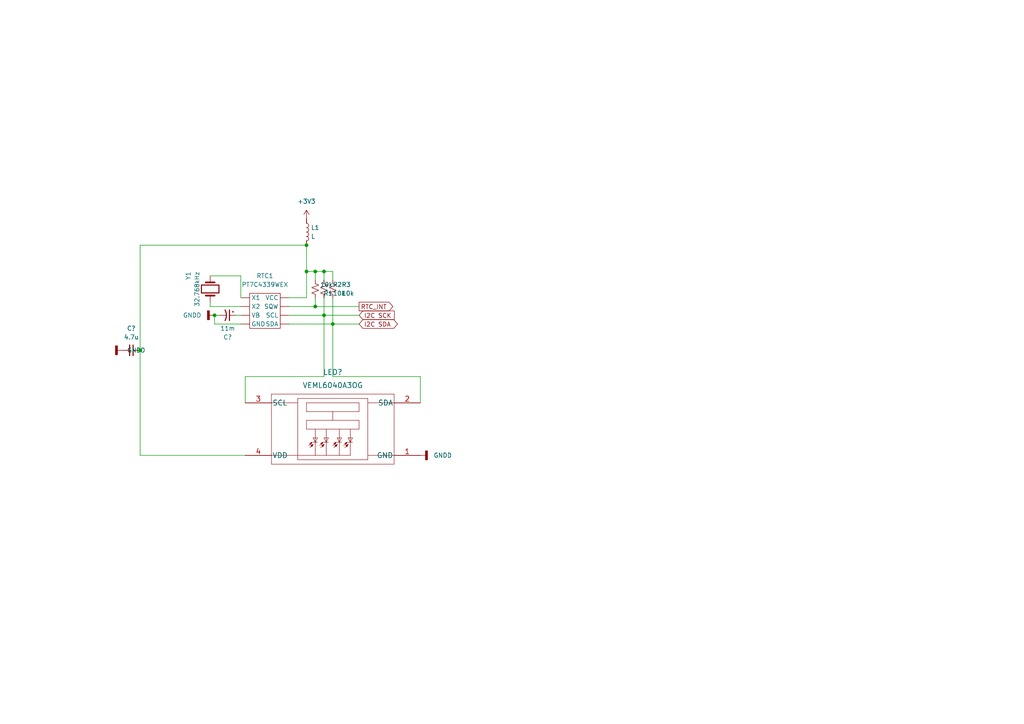
<source format=kicad_sch>
(kicad_sch (version 20211123) (generator eeschema)
  (paper "A4")
  (lib_symbols
    (symbol "Device:C_Polarized_Small_US" (pin_numbers hide) (pin_names (offset 0.254) hide)
      (property "Reference" "C" (at 0.254 1.778 0))
      (property "Value" "C_Polarized_Small_US" (at 0.254 -2.032 0))
      (symbol "C_Polarized_Small_US_0_1"
        (polyline (pts (xy -1.524 0.508) (xy 1.524 0.508)) (stroke (width 0.3048)))
        (polyline (pts (xy -1.27 1.524) (xy -0.762 1.524)))
        (polyline (pts (xy -1.016 1.27) (xy -1.016 1.778)))
        (arc (start 1.524 -0.762) (mid 0 -0.3734) (end -1.524 -0.762) (stroke (width 0.3048)))
      )
      (symbol "C_Polarized_Small_US_1_1"
        (pin passive line (at 0 2.54 270) (length 2.032) (name "~") (number "1"))
        (pin passive line (at 0 -2.54 90) (length 2.032) (name "~") (number "2"))
      )
    )
    (symbol "Device:C_Small" (pin_numbers hide) (pin_names (offset 0.254) hide)
      (property "Reference" "C" (at 0.254 1.778 0))
      (property "Value" "C_Small" (at 0.254 -2.032 0))
      (symbol "C_Small_0_1"
        (polyline (pts (xy -1.524 -0.508) (xy 1.524 -0.508)) (stroke (width 0.3302)))
        (polyline (pts (xy -1.524 0.508) (xy 1.524 0.508)) (stroke (width 0.3048)))
      )
      (symbol "C_Small_1_1"
        (pin passive line (at 0 2.54 270) (length 2.032) (name "~") (number "1"))
        (pin passive line (at 0 -2.54 90) (length 2.032) (name "~") (number "2"))
      )
    )
    (symbol "Device:Crystal" (pin_numbers hide) (pin_names (offset 1.016) hide)
      (property "Reference" "Y" (at 0 3.81 0))
      (property "Value" "Crystal" (at 0 -3.81 0))
      (symbol "Crystal_0_1"
        (rectangle (start -1.143 2.54) (end 1.143 -2.54) (stroke (width 0.3048)))
        (polyline (pts (xy -2.54 0) (xy -1.905 0)))
        (polyline (pts (xy -1.905 -1.27) (xy -1.905 1.27)) (stroke (width 0.508)))
        (polyline (pts (xy 1.905 -1.27) (xy 1.905 1.27)) (stroke (width 0.508)))
        (polyline (pts (xy 2.54 0) (xy 1.905 0)))
      )
      (symbol "Crystal_1_1"
        (pin passive line (at -3.81 0 0) (length 1.27) (name "1") (number "1"))
        (pin passive line (at 3.81 0 180) (length 1.27) (name "2") (number "2"))
      )
    )
    (symbol "Device:L" (pin_numbers hide) (pin_names (offset 1.016) hide)
      (property "Reference" "L" (at -1.27 0 90))
      (property "Value" "L" (at 1.905 0 90))
      (symbol "L_0_1"
        (arc (start 0 -2.54) (mid 0.635 -1.905) (end 0 -1.27))
        (arc (start 0 -1.27) (mid 0.635 -0.635) (end 0 0))
        (arc (start 0 0) (mid 0.635 0.635) (end 0 1.27))
        (arc (start 0 1.27) (mid 0.635 1.905) (end 0 2.54))
      )
      (symbol "L_1_1"
        (pin passive line (at 0 3.81 270) (length 1.27) (name "1") (number "1"))
        (pin passive line (at 0 -3.81 90) (length 1.27) (name "2") (number "2"))
      )
    )
    (symbol "Device:R_Small_US" (pin_numbers hide) (pin_names (offset 0.254) hide)
      (property "Reference" "R" (at 0.762 0.508 0))
      (property "Value" "R_Small_US" (at 0.762 -1.016 0))
      (symbol "R_Small_US_1_1"
        (polyline (pts (xy 0 0) (xy 1.016 -0.381) (xy 0 -0.762) (xy -1.016 -1.143) (xy 0 -1.524)))
        (polyline (pts (xy 0 1.524) (xy 1.016 1.143) (xy 0 0.762) (xy -1.016 0.381) (xy 0 0)))
        (pin passive line (at 0 2.54 270) (length 1.016) (name "~") (number "1"))
        (pin passive line (at 0 -2.54 90) (length 1.016) (name "~") (number "2"))
      )
    )
    (symbol "PT7C4339WEX:PT7C4339WEX" (pin_numbers hide)
      (property "Reference" "RTC" (at 0 2.54 0))
      (property "Value" "PT7C4339WEX" (at 0 0 0))
      (symbol "PT7C4339WEX_0_1"
        (rectangle (start 5.08 -12.7) (end -3.81 -2.54))
      )
      (symbol "PT7C4339WEX_1_1"
        (pin input line (at -6.35 -11.43 0) (length 2.54) (name "GND") (number ""))
        (pin input line (at 7.62 -8.89 180) (length 2.54) (name "SCL") (number ""))
        (pin input line (at 7.62 -11.43 180) (length 2.54) (name "SDA") (number ""))
        (pin input line (at 7.62 -6.35 180) (length 2.54) (name "SQW") (number ""))
        (pin input line (at -6.35 -8.89 0) (length 2.54) (name "VB") (number ""))
        (pin input line (at 7.62 -3.81 180) (length 2.54) (name "VCC") (number ""))
        (pin input line (at -6.35 -3.81 0) (length 2.54) (name "X1") (number ""))
        (pin input line (at -6.35 -6.35 0) (length 2.54) (name "X2") (number ""))
      )
    )
    (symbol "VEML6040:VEML6040A3OG" (pin_names (offset 0.254))
      (property "Reference" "LED" (at 25.4 7.62 0))
      (property "Value" "VEML6040A3OG" (at 25.4 5.08 0))
      (symbol "VEML6040A3OG_1_1"
        (polyline (pts (xy 7.62 -17.78) (xy 43.18 -17.78)) (stroke (width 0.127)))
        (polyline (pts (xy 7.62 -15.24) (xy 15.24 -15.24)) (stroke (width 0.127)))
        (polyline (pts (xy 7.62 0) (xy 15.24 0)) (stroke (width 0.127)))
        (polyline (pts (xy 7.62 2.54) (xy 7.62 -17.78)) (stroke (width 0.127)))
        (polyline (pts (xy 15.24 -16.51) (xy 35.56 -16.51)) (stroke (width 0.127)))
        (polyline (pts (xy 15.24 1.27) (xy 15.24 -16.51)) (stroke (width 0.127)))
        (polyline (pts (xy 17.78 -15.24) (xy 17.78 -12.7)) (stroke (width 0.127)))
        (polyline (pts (xy 17.78 -12.7) (xy 33.02 -12.7)) (stroke (width 0.127)))
        (polyline (pts (xy 17.78 -10.16) (xy 33.02 -10.16)) (stroke (width 0.127)))
        (polyline (pts (xy 17.78 -7.62) (xy 17.78 -10.16)) (stroke (width 0.127)))
        (polyline (pts (xy 19.685 -5.08) (xy 20.32 -3.81)) (stroke (width 0.127)))
        (polyline (pts (xy 19.685 -5.08) (xy 20.955 -5.08)) (stroke (width 0.127)))
        (polyline (pts (xy 19.685 -3.81) (xy 20.955 -3.81)) (stroke (width 0.127)))
        (polyline (pts (xy 20.32 -7.62) (xy 20.32 0)) (stroke (width 0.127)))
        (polyline (pts (xy 20.32 -3.81) (xy 20.955 -5.08)) (stroke (width 0.127)))
        (polyline (pts (xy 20.32 0) (xy 43.18 0)) (stroke (width 0.127)))
        (polyline (pts (xy 20.955 -3.175) (xy 21.2852 -2.54)) (stroke (width 0.127)))
        (polyline (pts (xy 20.955 -3.175) (xy 21.59 -2.8448)) (stroke (width 0.127)))
        (polyline (pts (xy 20.955 -3.175) (xy 21.8948 -2.2352)) (stroke (width 0.127)))
        (polyline (pts (xy 21.2852 -3.81) (xy 21.59 -3.175)) (stroke (width 0.127)))
        (polyline (pts (xy 21.2852 -3.81) (xy 21.8948 -3.5052)) (stroke (width 0.127)))
        (polyline (pts (xy 21.2852 -3.81) (xy 22.225 -2.8448)) (stroke (width 0.127)))
        (polyline (pts (xy 21.59 -2.8448) (xy 21.2852 -2.54)) (stroke (width 0.127)))
        (polyline (pts (xy 21.8948 -3.5052) (xy 21.59 -3.175)) (stroke (width 0.127)))
        (polyline (pts (xy 22.86 -5.08) (xy 23.495 -3.81)) (stroke (width 0.127)))
        (polyline (pts (xy 22.86 -5.08) (xy 24.13 -5.08)) (stroke (width 0.127)))
        (polyline (pts (xy 22.86 -3.81) (xy 24.13 -3.81)) (stroke (width 0.127)))
        (polyline (pts (xy 23.495 -7.62) (xy 23.495 0)) (stroke (width 0.127)))
        (polyline (pts (xy 23.495 -3.81) (xy 24.13 -5.08)) (stroke (width 0.127)))
        (polyline (pts (xy 24.13 -3.175) (xy 24.4348 -2.54)) (stroke (width 0.127)))
        (polyline (pts (xy 24.13 -3.175) (xy 24.765 -2.8448)) (stroke (width 0.127)))
        (polyline (pts (xy 24.13 -3.175) (xy 25.0952 -2.2352)) (stroke (width 0.127)))
        (polyline (pts (xy 24.4348 -3.81) (xy 24.765 -3.175)) (stroke (width 0.127)))
        (polyline (pts (xy 24.4348 -3.81) (xy 25.0952 -3.5052)) (stroke (width 0.127)))
        (polyline (pts (xy 24.4348 -3.81) (xy 25.4 -2.8448)) (stroke (width 0.127)))
        (polyline (pts (xy 24.765 -2.8448) (xy 24.4348 -2.54)) (stroke (width 0.127)))
        (polyline (pts (xy 25.0952 -3.5052) (xy 24.765 -3.175)) (stroke (width 0.127)))
        (polyline (pts (xy 25.4 -10.16) (xy 25.4 -12.7)) (stroke (width 0.127)))
        (polyline (pts (xy 26.67 -5.08) (xy 27.305 -3.81)) (stroke (width 0.127)))
        (polyline (pts (xy 26.67 -5.08) (xy 27.94 -5.08)) (stroke (width 0.127)))
        (polyline (pts (xy 26.67 -3.81) (xy 27.94 -3.81)) (stroke (width 0.127)))
        (polyline (pts (xy 27.305 -7.62) (xy 27.305 0)) (stroke (width 0.127)))
        (polyline (pts (xy 27.305 -3.81) (xy 27.94 -5.08)) (stroke (width 0.127)))
        (polyline (pts (xy 27.94 -3.175) (xy 28.2448 -2.54)) (stroke (width 0.127)))
        (polyline (pts (xy 27.94 -3.175) (xy 28.575 -2.8448)) (stroke (width 0.127)))
        (polyline (pts (xy 27.94 -3.175) (xy 28.9052 -2.2352)) (stroke (width 0.127)))
        (polyline (pts (xy 28.2448 -3.81) (xy 28.575 -3.175)) (stroke (width 0.127)))
        (polyline (pts (xy 28.2448 -3.81) (xy 28.9052 -3.5052)) (stroke (width 0.127)))
        (polyline (pts (xy 28.2448 -3.81) (xy 29.21 -2.8448)) (stroke (width 0.127)))
        (polyline (pts (xy 28.575 -2.8448) (xy 28.2448 -2.54)) (stroke (width 0.127)))
        (polyline (pts (xy 28.9052 -3.5052) (xy 28.575 -3.175)) (stroke (width 0.127)))
        (polyline (pts (xy 29.845 -5.08) (xy 30.48 -3.81)) (stroke (width 0.127)))
        (polyline (pts (xy 29.845 -5.08) (xy 31.115 -5.08)) (stroke (width 0.127)))
        (polyline (pts (xy 29.845 -3.81) (xy 31.115 -3.81)) (stroke (width 0.127)))
        (polyline (pts (xy 30.48 -7.62) (xy 30.48 0)) (stroke (width 0.127)))
        (polyline (pts (xy 30.48 -3.81) (xy 31.115 -5.08)) (stroke (width 0.127)))
        (polyline (pts (xy 31.115 -3.175) (xy 31.4452 -2.54)) (stroke (width 0.127)))
        (polyline (pts (xy 31.115 -3.175) (xy 31.75 -2.8448)) (stroke (width 0.127)))
        (polyline (pts (xy 31.115 -3.175) (xy 32.0548 -2.2352)) (stroke (width 0.127)))
        (polyline (pts (xy 31.4452 -3.81) (xy 31.75 -3.175)) (stroke (width 0.127)))
        (polyline (pts (xy 31.4452 -3.81) (xy 32.0548 -3.5052)) (stroke (width 0.127)))
        (polyline (pts (xy 31.4452 -3.81) (xy 32.385 -2.8448)) (stroke (width 0.127)))
        (polyline (pts (xy 31.75 -2.8448) (xy 31.4452 -2.54)) (stroke (width 0.127)))
        (polyline (pts (xy 32.0548 -3.5052) (xy 31.75 -3.175)) (stroke (width 0.127)))
        (polyline (pts (xy 33.02 -15.24) (xy 17.78 -15.24)) (stroke (width 0.127)))
        (polyline (pts (xy 33.02 -12.7) (xy 33.02 -15.24)) (stroke (width 0.127)))
        (polyline (pts (xy 33.02 -10.16) (xy 33.02 -7.62)) (stroke (width 0.127)))
        (polyline (pts (xy 33.02 -7.62) (xy 17.78 -7.62)) (stroke (width 0.127)))
        (polyline (pts (xy 35.56 -16.51) (xy 35.56 1.27)) (stroke (width 0.127)))
        (polyline (pts (xy 35.56 -15.24) (xy 43.18 -15.24)) (stroke (width 0.127)))
        (polyline (pts (xy 35.56 1.27) (xy 15.24 1.27)) (stroke (width 0.127)))
        (polyline (pts (xy 43.18 -17.78) (xy 43.18 2.54)) (stroke (width 0.127)))
        (polyline (pts (xy 43.18 2.54) (xy 7.62 2.54)) (stroke (width 0.127)))
        (polyline (pts (xy 20.955 -3.175) (xy 21.2852 -2.54) (xy 21.59 -2.8448) (xy 20.955 -3.175)) (fill (type outline)))
        (polyline (pts (xy 21.2852 -3.81) (xy 21.59 -3.175) (xy 21.8948 -3.5052) (xy 21.2852 -3.81)) (fill (type outline)))
        (polyline (pts (xy 24.13 -3.175) (xy 24.4348 -2.54) (xy 24.765 -2.8448) (xy 24.13 -3.175)) (fill (type outline)))
        (polyline (pts (xy 24.4348 -3.81) (xy 24.765 -3.175) (xy 25.0952 -3.5052) (xy 24.4348 -3.81)) (fill (type outline)))
        (polyline (pts (xy 27.94 -3.175) (xy 28.2448 -2.54) (xy 28.575 -2.8448) (xy 27.94 -3.175)) (fill (type outline)))
        (polyline (pts (xy 28.2448 -3.81) (xy 28.575 -3.175) (xy 28.9052 -3.5052) (xy 28.2448 -3.81)) (fill (type outline)))
        (polyline (pts (xy 31.115 -3.175) (xy 31.4452 -2.54) (xy 31.75 -2.8448) (xy 31.115 -3.175)) (fill (type outline)))
        (polyline (pts (xy 31.4452 -3.81) (xy 31.75 -3.175) (xy 32.0548 -3.5052) (xy 31.4452 -3.81)) (fill (type outline)))
        (pin unspecified line (at 0 0 0) (length 7.62) (name "GND") (number "1"))
        (pin unspecified line (at 0 -15.24 0) (length 7.62) (name "SDA") (number "2"))
        (pin unspecified line (at 50.8 -15.24 180) (length 7.62) (name "SCL") (number "3"))
        (pin unspecified line (at 50.8 0 180) (length 7.62) (name "VDD") (number "4"))
      )
    )
    (symbol "power:+3V3" (power) (pin_names (offset 0))
      (property "Value" "+3V3" (at 0 3.556 0))
      (symbol "+3V3_0_1"
        (polyline (pts (xy -0.762 1.27) (xy 0 2.54)))
        (polyline (pts (xy 0 0) (xy 0 2.54)))
        (polyline (pts (xy 0 2.54) (xy 0.762 1.27)))
      )
      (symbol "+3V3_1_1"
        (pin power_in line (at 0 0 90) (length 0) hide (name "+3V3") (number "1"))
      )
    )
    (symbol "power:GNDD" (power) (pin_names (offset 0))
      (property "Value" "GNDD" (at 0 -3.175 0))
      (symbol "GNDD_0_1"
        (rectangle (start -1.27 -1.524) (end 1.27 -2.032) (stroke (width 0.254)) (fill (type outline)))
        (polyline (pts (xy 0 0) (xy 0 -1.524)))
      )
      (symbol "GNDD_1_1"
        (pin power_in line (at 0 0 270) (length 0) hide (name "GNDD") (number "1"))
      )
    )
  )
  (junction (at 91.44 78.74))
  (junction (at 88.9 78.74))
  (junction (at 62.23 91.44))
  (junction (at 88.9 71.12))
  (junction (at 93.98 78.74))
  (junction (at 91.44 88.9))
  (junction (at 93.98 91.44))
  (junction (at 40.64 101.6))
  (junction (at 96.52 93.98))
  (wire (pts (xy 93.98 86.36) (xy 93.98 91.44)))
  (wire (pts (xy 69.85 93.98) (xy 62.23 93.98)))
  (wire (pts (xy 121.92 109.22) (xy 121.92 116.84)))
  (wire (pts (xy 60.96 88.9) (xy 69.85 88.9)))
  (wire (pts (xy 83.82 86.36) (xy 88.9 86.36)))
  (wire (pts (xy 83.82 93.98) (xy 96.52 93.98)))
  (wire (pts (xy 96.52 86.36) (xy 96.52 93.98)))
  (wire (pts (xy 83.82 91.44) (xy 93.98 91.44)))
  (wire (pts (xy 40.64 132.08) (xy 40.64 101.6)))
  (wire (pts (xy 93.98 81.28) (xy 93.98 78.74)))
  (wire (pts (xy 88.9 78.74) (xy 88.9 86.36)))
  (wire (pts (xy 91.44 88.9) (xy 104.14 88.9)))
  (wire (pts (xy 93.98 109.22) (xy 71.12 109.22)))
  (wire (pts (xy 93.98 91.44) (xy 93.98 109.22)))
  (wire (pts (xy 69.85 80.01) (xy 60.96 80.01)))
  (wire (pts (xy 88.9 78.74) (xy 91.44 78.74)))
  (wire (pts (xy 91.44 78.74) (xy 93.98 78.74)))
  (wire (pts (xy 93.98 91.44) (xy 104.14 91.44)))
  (wire (pts (xy 83.82 88.9) (xy 91.44 88.9)))
  (wire (pts (xy 62.23 91.44) (xy 63.5 91.44)))
  (wire (pts (xy 96.52 93.98) (xy 96.52 109.22)))
  (wire (pts (xy 88.9 71.12) (xy 88.9 78.74)))
  (wire (pts (xy 96.52 81.28) (xy 96.52 78.74)))
  (wire (pts (xy 40.64 71.12) (xy 88.9 71.12)))
  (wire (pts (xy 96.52 93.98) (xy 104.14 93.98)))
  (wire (pts (xy 93.98 78.74) (xy 96.52 78.74)))
  (wire (pts (xy 91.44 86.36) (xy 91.44 88.9)))
  (wire (pts (xy 68.58 91.44) (xy 69.85 91.44)))
  (wire (pts (xy 69.85 86.36) (xy 69.85 80.01)))
  (wire (pts (xy 71.12 109.22) (xy 71.12 116.84)))
  (wire (pts (xy 62.23 93.98) (xy 62.23 91.44)))
  (wire (pts (xy 91.44 81.28) (xy 91.44 78.74)))
  (wire (pts (xy 40.64 101.6) (xy 40.64 71.12)))
  (wire (pts (xy 60.96 87.63) (xy 60.96 88.9)))
  (wire (pts (xy 96.52 109.22) (xy 121.92 109.22)))
  (wire (pts (xy 40.64 132.08) (xy 71.12 132.08)))
  (global_label "RTC_INT" (shape output) (at 104.14 88.9 0) (property "Intersheet References" "${INTERSHEET_REFS}" (effects hide)))
  (global_label "I2C SCK" (shape input) (at 104.14 91.44 0) (property "Intersheet References" "${INTERSHEET_REFS}" (effects hide)))
  (global_label "I2C SDA" (shape bidirectional) (at 104.14 93.98 0) (property "Intersheet References" "${INTERSHEET_REFS}" (effects hide)))
  (symbol (lib_id "Device:Crystal") (at 60.96 83.82 90) (unit 1)
    (property "Reference" "Y1" (at 54.61 78.74 0) (effects (justify right)))
    (property "Value" "32.768kHz" (at 57.15 78.74 0) (effects (justify right)))
  )
  (symbol (lib_id "power:GNDD") (at 35.56 101.6 270) (unit 1)
    (property "Reference" "#PWR?" (effects hide))
    (property "Value" "GNDD" (at 36.83 101.5999 90) (effects (justify left)))
  )
  (symbol (lib_id "Device:C_Small") (at 38.1 101.6 270) (unit 1)
    (property "Reference" "C?" (at 38.0936 95.25 90))
    (property "Value" "4.7u" (at 38.0936 97.79 90))
  )
  (symbol (lib_id "PT7C4339WEX:PT7C4339WEX") (at 76.2 82.55 0) (unit 1)
    (property "Reference" "RTC1" (at 76.835 80.01 0))
    (property "Value" "PT7C4339WEX" (at 76.835 82.55 0))
  )
  (symbol (lib_id "power:GNDD") (at 121.92 132.08 90) (unit 1)
    (property "Reference" "#PWR?" (effects hide))
    (property "Value" "GNDD" (at 125.73 132.0799 90) (effects (justify right)))
  )
  (symbol (lib_id "Device:R_Small_US") (at 96.52 83.82 0) (unit 1)
    (property "Reference" "R3" (at 99.06 82.5499 0) (effects (justify left)))
    (property "Value" "10k" (at 99.06 85.0899 0) (effects (justify left)))
  )
  (symbol (lib_id "power:+3V3") (at 88.9 63.5 0) (unit 1)
    (property "Reference" "#PWR?" (effects hide))
    (property "Value" "+3V3" (at 88.9 58.42 0))
  )
  (symbol (lib_id "Device:L") (at 88.9 67.31 0) (unit 1)
    (property "Reference" "L1" (at 90.17 66.0399 0) (effects (justify left)))
    (property "Value" "L" (at 90.17 68.5799 0) (effects (justify left)))
  )
  (symbol (lib_id "Device:R_Small_US") (at 91.44 83.82 0) (unit 1)
    (property "Reference" "R1" (at 96.52 85.09 0) (effects (justify right)))
    (property "Value" "10k" (at 96.52 82.55 0) (effects (justify right)))
  )
  (symbol (lib_id "Device:C_Polarized_Small_US") (at 66.04 91.44 270) (unit 1)
    (property "Reference" "C?" (at 66.04 97.79 90))
    (property "Value" "11m" (at 66.04 95.25 90))
  )
  (symbol (lib_id "VEML6040:VEML6040A3OG") (at 121.92 132.08 180) (unit 1)
    (property "Reference" "LED?" (at 96.52 107.95 0) (effects (font (size 1.524 1.524))))
    (property "Value" "VEML6040A3OG" (at 96.52 111.76 0) (effects (font (size 1.524 1.524))))
    (property "Footprint" "LED_VEML6040A3OG_VIS" (effects hide))
  )
  (symbol (lib_id "Device:R_Small_US") (at 93.98 83.82 0) (unit 1)
    (property "Reference" "R2" (at 96.52 82.5499 0) (effects (justify left)))
    (property "Value" "10k" (at 96.52 85.0899 0) (effects (justify left)))
  )
  (symbol (lib_id "power:GNDD") (at 62.23 91.44 270) (unit 1)
    (property "Reference" "#PWR?" (effects hide))
    (property "Value" "GNDD" (at 58.42 91.4399 90) (effects (justify right)))
  )
)
</source>
